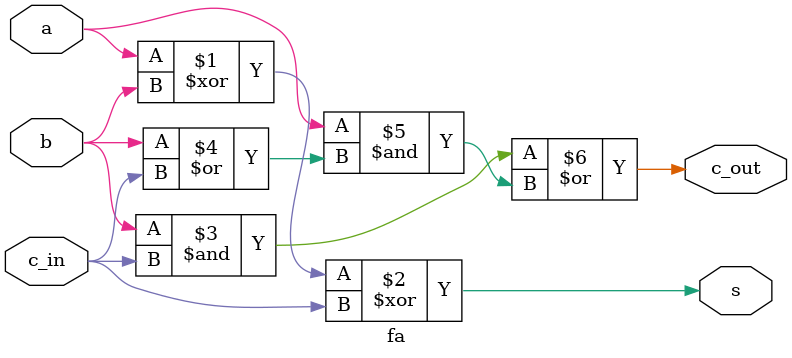
<source format=sv>
module fa (
    input  logic a,
    input  logic b,
    input  logic c_in,
    output logic s,
    output logic c_out
);
  assign s = a ^ b ^ c_in;
  assign c_out = (b & c_in) | (a & (b | c_in));
endmodule


</source>
